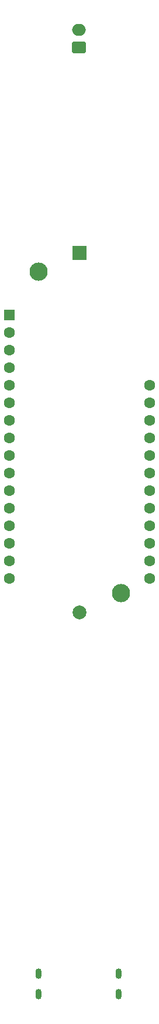
<source format=gbr>
%TF.GenerationSoftware,KiCad,Pcbnew,(6.0.4-0)*%
%TF.CreationDate,2022-11-29T11:04:19+01:00*%
%TF.ProjectId,ControllerBoard,436f6e74-726f-46c6-9c65-72426f617264,rev?*%
%TF.SameCoordinates,Original*%
%TF.FileFunction,Soldermask,Bot*%
%TF.FilePolarity,Negative*%
%FSLAX46Y46*%
G04 Gerber Fmt 4.6, Leading zero omitted, Abs format (unit mm)*
G04 Created by KiCad (PCBNEW (6.0.4-0)) date 2022-11-29 11:04:19*
%MOMM*%
%LPD*%
G01*
G04 APERTURE LIST*
G04 Aperture macros list*
%AMRoundRect*
0 Rectangle with rounded corners*
0 $1 Rounding radius*
0 $2 $3 $4 $5 $6 $7 $8 $9 X,Y pos of 4 corners*
0 Add a 4 corners polygon primitive as box body*
4,1,4,$2,$3,$4,$5,$6,$7,$8,$9,$2,$3,0*
0 Add four circle primitives for the rounded corners*
1,1,$1+$1,$2,$3*
1,1,$1+$1,$4,$5*
1,1,$1+$1,$6,$7*
1,1,$1+$1,$8,$9*
0 Add four rect primitives between the rounded corners*
20,1,$1+$1,$2,$3,$4,$5,0*
20,1,$1+$1,$4,$5,$6,$7,0*
20,1,$1+$1,$6,$7,$8,$9,0*
20,1,$1+$1,$8,$9,$2,$3,0*%
G04 Aperture macros list end*
%ADD10RoundRect,0.250000X0.750000X-0.600000X0.750000X0.600000X-0.750000X0.600000X-0.750000X-0.600000X0*%
%ADD11O,2.000000X1.700000*%
%ADD12R,1.600000X1.600000*%
%ADD13C,1.600000*%
%ADD14O,0.900000X1.500000*%
%ADD15C,2.640000*%
%ADD16R,2.000000X2.000000*%
%ADD17C,2.000000*%
G04 APERTURE END LIST*
D10*
%TO.C,X1*%
X110650000Y-37050000D03*
D11*
X110650000Y-34550000D03*
%TD*%
D12*
%TO.C,A1*%
X100597500Y-75750000D03*
D13*
X100597500Y-78290000D03*
X100597500Y-80830000D03*
X100597500Y-83370000D03*
X100597500Y-85910000D03*
X100597500Y-88450000D03*
X100597500Y-90990000D03*
X100597500Y-93530000D03*
X100597500Y-96070000D03*
X100597500Y-98610000D03*
X100597500Y-101150000D03*
X100597500Y-103690000D03*
X100597500Y-106230000D03*
X100597500Y-108770000D03*
X100597500Y-111310000D03*
X100597500Y-113850000D03*
X120917500Y-113850000D03*
X120917500Y-111310000D03*
X120917500Y-108770000D03*
X120917500Y-106230000D03*
X120917500Y-103690000D03*
X120917500Y-101150000D03*
X120917500Y-98610000D03*
X120917500Y-96070000D03*
X120917500Y-93530000D03*
X120917500Y-90990000D03*
X120917500Y-88450000D03*
X120917500Y-85910000D03*
%TD*%
D14*
%TO.C,J2*%
X104850000Y-174000000D03*
X116450000Y-174000000D03*
X104850000Y-171000000D03*
X116450000Y-171000000D03*
%TD*%
D15*
%TO.C,BT1*%
X104805000Y-69500000D03*
X116795000Y-115980000D03*
D16*
X110800000Y-66750000D03*
D17*
X110800000Y-118740000D03*
%TD*%
M02*

</source>
